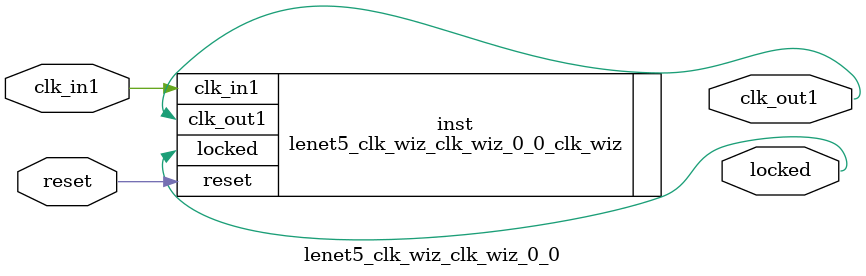
<source format=v>


`timescale 1ps/1ps

(* CORE_GENERATION_INFO = "lenet5_clk_wiz_clk_wiz_0_0,clk_wiz_v6_0_1_0_0,{component_name=lenet5_clk_wiz_clk_wiz_0_0,use_phase_alignment=true,use_min_o_jitter=false,use_max_i_jitter=false,use_dyn_phase_shift=false,use_inclk_switchover=false,use_dyn_reconfig=false,enable_axi=0,feedback_source=FDBK_AUTO,PRIMITIVE=MMCM,num_out_clk=1,clkin1_period=8.000,clkin2_period=10.000,use_power_down=false,use_reset=true,use_locked=true,use_inclk_stopped=false,feedback_type=SINGLE,CLOCK_MGR_TYPE=NA,manual_override=false}" *)

module lenet5_clk_wiz_clk_wiz_0_0 
 (
  // Clock out ports
  output        clk_out1,
  // Status and control signals
  input         reset,
  output        locked,
 // Clock in ports
  input         clk_in1
 );

  lenet5_clk_wiz_clk_wiz_0_0_clk_wiz inst
  (
  // Clock out ports  
  .clk_out1(clk_out1),
  // Status and control signals               
  .reset(reset), 
  .locked(locked),
 // Clock in ports
  .clk_in1(clk_in1)
  );

endmodule

</source>
